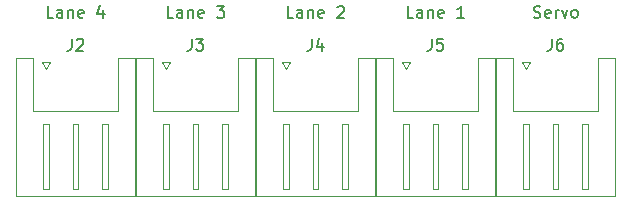
<source format=gbr>
G04 #@! TF.GenerationSoftware,KiCad,Pcbnew,(5.1.9)-1*
G04 #@! TF.CreationDate,2021-01-27T19:03:13-08:00*
G04 #@! TF.ProjectId,DRR HAT,44525220-4841-4542-9e6b-696361645f70,1.0*
G04 #@! TF.SameCoordinates,Original*
G04 #@! TF.FileFunction,Legend,Top*
G04 #@! TF.FilePolarity,Positive*
%FSLAX46Y46*%
G04 Gerber Fmt 4.6, Leading zero omitted, Abs format (unit mm)*
G04 Created by KiCad (PCBNEW (5.1.9)-1) date 2021-01-27 19:03:13*
%MOMM*%
%LPD*%
G01*
G04 APERTURE LIST*
%ADD10C,0.150000*%
%ADD11C,0.120000*%
G04 APERTURE END LIST*
D10*
X127787047Y-108228380D02*
X127310857Y-108228380D01*
X127310857Y-107228380D01*
X128548952Y-108228380D02*
X128548952Y-107704571D01*
X128501333Y-107609333D01*
X128406095Y-107561714D01*
X128215619Y-107561714D01*
X128120380Y-107609333D01*
X128548952Y-108180761D02*
X128453714Y-108228380D01*
X128215619Y-108228380D01*
X128120380Y-108180761D01*
X128072761Y-108085523D01*
X128072761Y-107990285D01*
X128120380Y-107895047D01*
X128215619Y-107847428D01*
X128453714Y-107847428D01*
X128548952Y-107799809D01*
X129025142Y-107561714D02*
X129025142Y-108228380D01*
X129025142Y-107656952D02*
X129072761Y-107609333D01*
X129168000Y-107561714D01*
X129310857Y-107561714D01*
X129406095Y-107609333D01*
X129453714Y-107704571D01*
X129453714Y-108228380D01*
X130310857Y-108180761D02*
X130215619Y-108228380D01*
X130025142Y-108228380D01*
X129929904Y-108180761D01*
X129882285Y-108085523D01*
X129882285Y-107704571D01*
X129929904Y-107609333D01*
X130025142Y-107561714D01*
X130215619Y-107561714D01*
X130310857Y-107609333D01*
X130358476Y-107704571D01*
X130358476Y-107799809D01*
X129882285Y-107895047D01*
X131977523Y-107561714D02*
X131977523Y-108228380D01*
X131739428Y-107180761D02*
X131501333Y-107895047D01*
X132120380Y-107895047D01*
X137947047Y-108228380D02*
X137470857Y-108228380D01*
X137470857Y-107228380D01*
X138708952Y-108228380D02*
X138708952Y-107704571D01*
X138661333Y-107609333D01*
X138566095Y-107561714D01*
X138375619Y-107561714D01*
X138280380Y-107609333D01*
X138708952Y-108180761D02*
X138613714Y-108228380D01*
X138375619Y-108228380D01*
X138280380Y-108180761D01*
X138232761Y-108085523D01*
X138232761Y-107990285D01*
X138280380Y-107895047D01*
X138375619Y-107847428D01*
X138613714Y-107847428D01*
X138708952Y-107799809D01*
X139185142Y-107561714D02*
X139185142Y-108228380D01*
X139185142Y-107656952D02*
X139232761Y-107609333D01*
X139328000Y-107561714D01*
X139470857Y-107561714D01*
X139566095Y-107609333D01*
X139613714Y-107704571D01*
X139613714Y-108228380D01*
X140470857Y-108180761D02*
X140375619Y-108228380D01*
X140185142Y-108228380D01*
X140089904Y-108180761D01*
X140042285Y-108085523D01*
X140042285Y-107704571D01*
X140089904Y-107609333D01*
X140185142Y-107561714D01*
X140375619Y-107561714D01*
X140470857Y-107609333D01*
X140518476Y-107704571D01*
X140518476Y-107799809D01*
X140042285Y-107895047D01*
X141613714Y-107228380D02*
X142232761Y-107228380D01*
X141899428Y-107609333D01*
X142042285Y-107609333D01*
X142137523Y-107656952D01*
X142185142Y-107704571D01*
X142232761Y-107799809D01*
X142232761Y-108037904D01*
X142185142Y-108133142D01*
X142137523Y-108180761D01*
X142042285Y-108228380D01*
X141756571Y-108228380D01*
X141661333Y-108180761D01*
X141613714Y-108133142D01*
X148107047Y-108228380D02*
X147630857Y-108228380D01*
X147630857Y-107228380D01*
X148868952Y-108228380D02*
X148868952Y-107704571D01*
X148821333Y-107609333D01*
X148726095Y-107561714D01*
X148535619Y-107561714D01*
X148440380Y-107609333D01*
X148868952Y-108180761D02*
X148773714Y-108228380D01*
X148535619Y-108228380D01*
X148440380Y-108180761D01*
X148392761Y-108085523D01*
X148392761Y-107990285D01*
X148440380Y-107895047D01*
X148535619Y-107847428D01*
X148773714Y-107847428D01*
X148868952Y-107799809D01*
X149345142Y-107561714D02*
X149345142Y-108228380D01*
X149345142Y-107656952D02*
X149392761Y-107609333D01*
X149488000Y-107561714D01*
X149630857Y-107561714D01*
X149726095Y-107609333D01*
X149773714Y-107704571D01*
X149773714Y-108228380D01*
X150630857Y-108180761D02*
X150535619Y-108228380D01*
X150345142Y-108228380D01*
X150249904Y-108180761D01*
X150202285Y-108085523D01*
X150202285Y-107704571D01*
X150249904Y-107609333D01*
X150345142Y-107561714D01*
X150535619Y-107561714D01*
X150630857Y-107609333D01*
X150678476Y-107704571D01*
X150678476Y-107799809D01*
X150202285Y-107895047D01*
X151821333Y-107323619D02*
X151868952Y-107276000D01*
X151964190Y-107228380D01*
X152202285Y-107228380D01*
X152297523Y-107276000D01*
X152345142Y-107323619D01*
X152392761Y-107418857D01*
X152392761Y-107514095D01*
X152345142Y-107656952D01*
X151773714Y-108228380D01*
X152392761Y-108228380D01*
X158267047Y-108228380D02*
X157790857Y-108228380D01*
X157790857Y-107228380D01*
X159028952Y-108228380D02*
X159028952Y-107704571D01*
X158981333Y-107609333D01*
X158886095Y-107561714D01*
X158695619Y-107561714D01*
X158600380Y-107609333D01*
X159028952Y-108180761D02*
X158933714Y-108228380D01*
X158695619Y-108228380D01*
X158600380Y-108180761D01*
X158552761Y-108085523D01*
X158552761Y-107990285D01*
X158600380Y-107895047D01*
X158695619Y-107847428D01*
X158933714Y-107847428D01*
X159028952Y-107799809D01*
X159505142Y-107561714D02*
X159505142Y-108228380D01*
X159505142Y-107656952D02*
X159552761Y-107609333D01*
X159648000Y-107561714D01*
X159790857Y-107561714D01*
X159886095Y-107609333D01*
X159933714Y-107704571D01*
X159933714Y-108228380D01*
X160790857Y-108180761D02*
X160695619Y-108228380D01*
X160505142Y-108228380D01*
X160409904Y-108180761D01*
X160362285Y-108085523D01*
X160362285Y-107704571D01*
X160409904Y-107609333D01*
X160505142Y-107561714D01*
X160695619Y-107561714D01*
X160790857Y-107609333D01*
X160838476Y-107704571D01*
X160838476Y-107799809D01*
X160362285Y-107895047D01*
X162552761Y-108228380D02*
X161981333Y-108228380D01*
X162267047Y-108228380D02*
X162267047Y-107228380D01*
X162171809Y-107371238D01*
X162076571Y-107466476D01*
X161981333Y-107514095D01*
X168450857Y-108180761D02*
X168593714Y-108228380D01*
X168831809Y-108228380D01*
X168927047Y-108180761D01*
X168974666Y-108133142D01*
X169022285Y-108037904D01*
X169022285Y-107942666D01*
X168974666Y-107847428D01*
X168927047Y-107799809D01*
X168831809Y-107752190D01*
X168641333Y-107704571D01*
X168546095Y-107656952D01*
X168498476Y-107609333D01*
X168450857Y-107514095D01*
X168450857Y-107418857D01*
X168498476Y-107323619D01*
X168546095Y-107276000D01*
X168641333Y-107228380D01*
X168879428Y-107228380D01*
X169022285Y-107276000D01*
X169831809Y-108180761D02*
X169736571Y-108228380D01*
X169546095Y-108228380D01*
X169450857Y-108180761D01*
X169403238Y-108085523D01*
X169403238Y-107704571D01*
X169450857Y-107609333D01*
X169546095Y-107561714D01*
X169736571Y-107561714D01*
X169831809Y-107609333D01*
X169879428Y-107704571D01*
X169879428Y-107799809D01*
X169403238Y-107895047D01*
X170308000Y-108228380D02*
X170308000Y-107561714D01*
X170308000Y-107752190D02*
X170355619Y-107656952D01*
X170403238Y-107609333D01*
X170498476Y-107561714D01*
X170593714Y-107561714D01*
X170831809Y-107561714D02*
X171069904Y-108228380D01*
X171308000Y-107561714D01*
X171831809Y-108228380D02*
X171736571Y-108180761D01*
X171688952Y-108133142D01*
X171641333Y-108037904D01*
X171641333Y-107752190D01*
X171688952Y-107656952D01*
X171736571Y-107609333D01*
X171831809Y-107561714D01*
X171974666Y-107561714D01*
X172069904Y-107609333D01*
X172117523Y-107656952D01*
X172165142Y-107752190D01*
X172165142Y-108037904D01*
X172117523Y-108133142D01*
X172069904Y-108180761D01*
X171974666Y-108228380D01*
X171831809Y-108228380D01*
D11*
X127453400Y-111949800D02*
X127153400Y-112549800D01*
X126853400Y-111949800D02*
X127453400Y-111949800D01*
X127153400Y-112549800D02*
X126853400Y-111949800D01*
X132403400Y-117249800D02*
X131903400Y-117249800D01*
X132403400Y-122749800D02*
X132403400Y-117249800D01*
X131903400Y-122749800D02*
X132403400Y-122749800D01*
X131903400Y-117249800D02*
X131903400Y-122749800D01*
X129903400Y-117249800D02*
X129403400Y-117249800D01*
X129903400Y-122749800D02*
X129903400Y-117249800D01*
X129403400Y-122749800D02*
X129903400Y-122749800D01*
X129403400Y-117249800D02*
X129403400Y-122749800D01*
X127403400Y-117249800D02*
X126903400Y-117249800D01*
X127403400Y-122749800D02*
X127403400Y-117249800D01*
X126903400Y-122749800D02*
X127403400Y-122749800D01*
X126903400Y-117249800D02*
X126903400Y-122749800D01*
X133293400Y-116139800D02*
X129653400Y-116139800D01*
X133293400Y-111639800D02*
X133293400Y-116139800D01*
X134713400Y-111639800D02*
X133293400Y-111639800D01*
X134713400Y-123359800D02*
X134713400Y-111639800D01*
X129653400Y-123359800D02*
X134713400Y-123359800D01*
X126013400Y-116139800D02*
X129653400Y-116139800D01*
X126013400Y-111639800D02*
X126013400Y-116139800D01*
X124593400Y-111639800D02*
X126013400Y-111639800D01*
X124593400Y-123359800D02*
X124593400Y-111639800D01*
X129653400Y-123359800D02*
X124593400Y-123359800D01*
X139813400Y-123359800D02*
X134753400Y-123359800D01*
X134753400Y-123359800D02*
X134753400Y-111639800D01*
X134753400Y-111639800D02*
X136173400Y-111639800D01*
X136173400Y-111639800D02*
X136173400Y-116139800D01*
X136173400Y-116139800D02*
X139813400Y-116139800D01*
X139813400Y-123359800D02*
X144873400Y-123359800D01*
X144873400Y-123359800D02*
X144873400Y-111639800D01*
X144873400Y-111639800D02*
X143453400Y-111639800D01*
X143453400Y-111639800D02*
X143453400Y-116139800D01*
X143453400Y-116139800D02*
X139813400Y-116139800D01*
X137063400Y-117249800D02*
X137063400Y-122749800D01*
X137063400Y-122749800D02*
X137563400Y-122749800D01*
X137563400Y-122749800D02*
X137563400Y-117249800D01*
X137563400Y-117249800D02*
X137063400Y-117249800D01*
X139563400Y-117249800D02*
X139563400Y-122749800D01*
X139563400Y-122749800D02*
X140063400Y-122749800D01*
X140063400Y-122749800D02*
X140063400Y-117249800D01*
X140063400Y-117249800D02*
X139563400Y-117249800D01*
X142063400Y-117249800D02*
X142063400Y-122749800D01*
X142063400Y-122749800D02*
X142563400Y-122749800D01*
X142563400Y-122749800D02*
X142563400Y-117249800D01*
X142563400Y-117249800D02*
X142063400Y-117249800D01*
X137313400Y-112549800D02*
X137013400Y-111949800D01*
X137013400Y-111949800D02*
X137613400Y-111949800D01*
X137613400Y-111949800D02*
X137313400Y-112549800D01*
X147773400Y-111949800D02*
X147473400Y-112549800D01*
X147173400Y-111949800D02*
X147773400Y-111949800D01*
X147473400Y-112549800D02*
X147173400Y-111949800D01*
X152723400Y-117249800D02*
X152223400Y-117249800D01*
X152723400Y-122749800D02*
X152723400Y-117249800D01*
X152223400Y-122749800D02*
X152723400Y-122749800D01*
X152223400Y-117249800D02*
X152223400Y-122749800D01*
X150223400Y-117249800D02*
X149723400Y-117249800D01*
X150223400Y-122749800D02*
X150223400Y-117249800D01*
X149723400Y-122749800D02*
X150223400Y-122749800D01*
X149723400Y-117249800D02*
X149723400Y-122749800D01*
X147723400Y-117249800D02*
X147223400Y-117249800D01*
X147723400Y-122749800D02*
X147723400Y-117249800D01*
X147223400Y-122749800D02*
X147723400Y-122749800D01*
X147223400Y-117249800D02*
X147223400Y-122749800D01*
X153613400Y-116139800D02*
X149973400Y-116139800D01*
X153613400Y-111639800D02*
X153613400Y-116139800D01*
X155033400Y-111639800D02*
X153613400Y-111639800D01*
X155033400Y-123359800D02*
X155033400Y-111639800D01*
X149973400Y-123359800D02*
X155033400Y-123359800D01*
X146333400Y-116139800D02*
X149973400Y-116139800D01*
X146333400Y-111639800D02*
X146333400Y-116139800D01*
X144913400Y-111639800D02*
X146333400Y-111639800D01*
X144913400Y-123359800D02*
X144913400Y-111639800D01*
X149973400Y-123359800D02*
X144913400Y-123359800D01*
X157933400Y-111949800D02*
X157633400Y-112549800D01*
X157333400Y-111949800D02*
X157933400Y-111949800D01*
X157633400Y-112549800D02*
X157333400Y-111949800D01*
X162883400Y-117249800D02*
X162383400Y-117249800D01*
X162883400Y-122749800D02*
X162883400Y-117249800D01*
X162383400Y-122749800D02*
X162883400Y-122749800D01*
X162383400Y-117249800D02*
X162383400Y-122749800D01*
X160383400Y-117249800D02*
X159883400Y-117249800D01*
X160383400Y-122749800D02*
X160383400Y-117249800D01*
X159883400Y-122749800D02*
X160383400Y-122749800D01*
X159883400Y-117249800D02*
X159883400Y-122749800D01*
X157883400Y-117249800D02*
X157383400Y-117249800D01*
X157883400Y-122749800D02*
X157883400Y-117249800D01*
X157383400Y-122749800D02*
X157883400Y-122749800D01*
X157383400Y-117249800D02*
X157383400Y-122749800D01*
X163773400Y-116139800D02*
X160133400Y-116139800D01*
X163773400Y-111639800D02*
X163773400Y-116139800D01*
X165193400Y-111639800D02*
X163773400Y-111639800D01*
X165193400Y-123359800D02*
X165193400Y-111639800D01*
X160133400Y-123359800D02*
X165193400Y-123359800D01*
X156493400Y-116139800D02*
X160133400Y-116139800D01*
X156493400Y-111639800D02*
X156493400Y-116139800D01*
X155073400Y-111639800D02*
X156493400Y-111639800D01*
X155073400Y-123359800D02*
X155073400Y-111639800D01*
X160133400Y-123359800D02*
X155073400Y-123359800D01*
X170293400Y-123359800D02*
X165233400Y-123359800D01*
X165233400Y-123359800D02*
X165233400Y-111639800D01*
X165233400Y-111639800D02*
X166653400Y-111639800D01*
X166653400Y-111639800D02*
X166653400Y-116139800D01*
X166653400Y-116139800D02*
X170293400Y-116139800D01*
X170293400Y-123359800D02*
X175353400Y-123359800D01*
X175353400Y-123359800D02*
X175353400Y-111639800D01*
X175353400Y-111639800D02*
X173933400Y-111639800D01*
X173933400Y-111639800D02*
X173933400Y-116139800D01*
X173933400Y-116139800D02*
X170293400Y-116139800D01*
X167543400Y-117249800D02*
X167543400Y-122749800D01*
X167543400Y-122749800D02*
X168043400Y-122749800D01*
X168043400Y-122749800D02*
X168043400Y-117249800D01*
X168043400Y-117249800D02*
X167543400Y-117249800D01*
X170043400Y-117249800D02*
X170043400Y-122749800D01*
X170043400Y-122749800D02*
X170543400Y-122749800D01*
X170543400Y-122749800D02*
X170543400Y-117249800D01*
X170543400Y-117249800D02*
X170043400Y-117249800D01*
X172543400Y-117249800D02*
X172543400Y-122749800D01*
X172543400Y-122749800D02*
X173043400Y-122749800D01*
X173043400Y-122749800D02*
X173043400Y-117249800D01*
X173043400Y-117249800D02*
X172543400Y-117249800D01*
X167793400Y-112549800D02*
X167493400Y-111949800D01*
X167493400Y-111949800D02*
X168093400Y-111949800D01*
X168093400Y-111949800D02*
X167793400Y-112549800D01*
D10*
X129320066Y-110002180D02*
X129320066Y-110716466D01*
X129272447Y-110859323D01*
X129177209Y-110954561D01*
X129034352Y-111002180D01*
X128939114Y-111002180D01*
X129748638Y-110097419D02*
X129796257Y-110049800D01*
X129891495Y-110002180D01*
X130129590Y-110002180D01*
X130224828Y-110049800D01*
X130272447Y-110097419D01*
X130320066Y-110192657D01*
X130320066Y-110287895D01*
X130272447Y-110430752D01*
X129701019Y-111002180D01*
X130320066Y-111002180D01*
X139480066Y-110002180D02*
X139480066Y-110716466D01*
X139432447Y-110859323D01*
X139337209Y-110954561D01*
X139194352Y-111002180D01*
X139099114Y-111002180D01*
X139861019Y-110002180D02*
X140480066Y-110002180D01*
X140146733Y-110383133D01*
X140289590Y-110383133D01*
X140384828Y-110430752D01*
X140432447Y-110478371D01*
X140480066Y-110573609D01*
X140480066Y-110811704D01*
X140432447Y-110906942D01*
X140384828Y-110954561D01*
X140289590Y-111002180D01*
X140003876Y-111002180D01*
X139908638Y-110954561D01*
X139861019Y-110906942D01*
X149640066Y-110002180D02*
X149640066Y-110716466D01*
X149592447Y-110859323D01*
X149497209Y-110954561D01*
X149354352Y-111002180D01*
X149259114Y-111002180D01*
X150544828Y-110335514D02*
X150544828Y-111002180D01*
X150306733Y-109954561D02*
X150068638Y-110668847D01*
X150687685Y-110668847D01*
X159800066Y-110002180D02*
X159800066Y-110716466D01*
X159752447Y-110859323D01*
X159657209Y-110954561D01*
X159514352Y-111002180D01*
X159419114Y-111002180D01*
X160752447Y-110002180D02*
X160276257Y-110002180D01*
X160228638Y-110478371D01*
X160276257Y-110430752D01*
X160371495Y-110383133D01*
X160609590Y-110383133D01*
X160704828Y-110430752D01*
X160752447Y-110478371D01*
X160800066Y-110573609D01*
X160800066Y-110811704D01*
X160752447Y-110906942D01*
X160704828Y-110954561D01*
X160609590Y-111002180D01*
X160371495Y-111002180D01*
X160276257Y-110954561D01*
X160228638Y-110906942D01*
X169960066Y-110002180D02*
X169960066Y-110716466D01*
X169912447Y-110859323D01*
X169817209Y-110954561D01*
X169674352Y-111002180D01*
X169579114Y-111002180D01*
X170864828Y-110002180D02*
X170674352Y-110002180D01*
X170579114Y-110049800D01*
X170531495Y-110097419D01*
X170436257Y-110240276D01*
X170388638Y-110430752D01*
X170388638Y-110811704D01*
X170436257Y-110906942D01*
X170483876Y-110954561D01*
X170579114Y-111002180D01*
X170769590Y-111002180D01*
X170864828Y-110954561D01*
X170912447Y-110906942D01*
X170960066Y-110811704D01*
X170960066Y-110573609D01*
X170912447Y-110478371D01*
X170864828Y-110430752D01*
X170769590Y-110383133D01*
X170579114Y-110383133D01*
X170483876Y-110430752D01*
X170436257Y-110478371D01*
X170388638Y-110573609D01*
M02*

</source>
